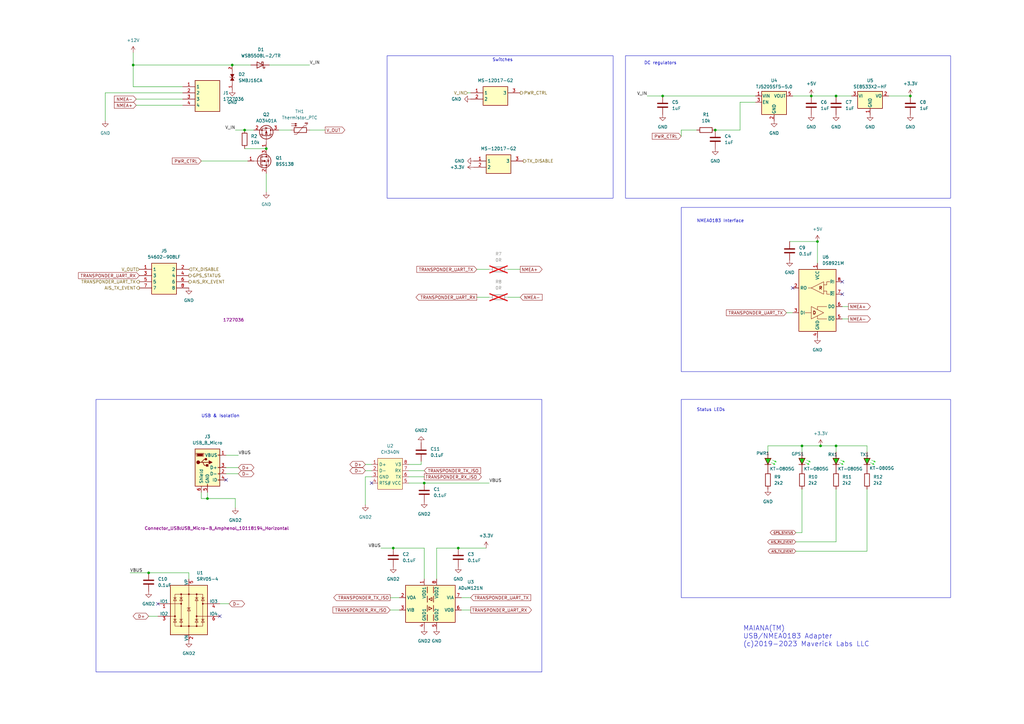
<source format=kicad_sch>
(kicad_sch (version 20250114) (generator "eeschema") (generator_version "9.0")
  (paper "A3")
  (lib_symbols
    (symbol "1727036:1727036"
      (property "Reference" "J" (at 16.51 7.62 0))
      (property "Value" "1727036" (at 16.51 5.08 0))
      (symbol "1727036_1_1"
        (rectangle (start 5.08 2.54) (end 15.24 -10.16) (stroke (width 0.254)) (fill (type background)))
        (pin passive line (at 0 0 0) (length 5.08) (name "1") (number "1"))
        (pin passive line (at 0 -2.54 0) (length 5.08) (name "2") (number "2"))
        (pin passive line (at 0 -5.08 0) (length 5.08) (name "3") (number "3"))
        (pin passive line (at 0 -7.62 0) (length 5.08) (name "4") (number "4"))
      )
    )
    (symbol "CH340N:CH340N"
      (property "Reference" "U" (at 0 7.62 0))
      (property "Value" "CH340N" (at 0 -8.89 0))
      (symbol "CH340N_1_1"
        (rectangle (start -5.08 6.35) (end 5.08 -6.35) (fill (type background)))
        (pin input line (at -7.62 3.81 0) (length 2.54) (name "D+") (number "1"))
        (pin input line (at -7.62 1.27 0) (length 2.54) (name "D-") (number "2"))
        (pin passive line (at -7.62 -1.27 0) (length 2.54) (name "GND") (number "3"))
        (pin passive line (at -7.62 -3.81 0) (length 2.54) (name "RTS#") (number "4"))
        (pin passive line (at 7.62 3.81 180) (length 2.54) (name "V3") (number "8"))
        (pin passive line (at 7.62 1.27 180) (length 2.54) (name "RX") (number "7"))
        (pin passive line (at 7.62 -1.27 180) (length 2.54) (name "TX") (number "6"))
        (pin passive line (at 7.62 -3.81 180) (length 2.54) (name "VCC") (number "5"))
      )
    )
    (symbol "Connector:USB_B_Micro" (pin_names (offset 1.016))
      (property "Reference" "J" (at -5.08 11.43 0))
      (property "Value" "USB_B_Micro" (at -5.08 8.89 0))
      (symbol "USB_B_Micro_0_1"
        (rectangle (start -5.08 -7.62) (end 5.08 7.62) (stroke (width 0.254)) (fill (type background)))
        (polyline (pts (xy -4.699 5.842) (xy -4.699 5.588) (xy -4.445 4.826) (xy -4.445 4.572) (xy -1.651 4.572) (xy -1.651 4.826) (xy -1.397 5.588) (xy -1.397 5.842) (xy -4.699 5.842)))
        (polyline (pts (xy -4.318 5.588) (xy -1.778 5.588) (xy -2.032 4.826) (xy -4.064 4.826) (xy -4.318 5.588)) (fill (type outline)))
        (circle (center -3.81 2.159) (radius 0.635) (stroke (width 0.254)) (fill (type outline)))
        (polyline (pts (xy -3.175 2.159) (xy -2.54 2.159) (xy -1.27 3.429) (xy -0.635 3.429)) (stroke (width 0.254)))
        (polyline (pts (xy -2.54 2.159) (xy -1.905 2.159) (xy -1.27 0.889) (xy 0 0.889)) (stroke (width 0.254)))
        (polyline (pts (xy -1.905 2.159) (xy 0.635 2.159)) (stroke (width 0.254)))
        (circle (center -0.635 3.429) (radius 0.381) (stroke (width 0.254)) (fill (type outline)))
        (rectangle (start -0.127 -7.62) (end 0.127 -6.858))
        (rectangle (start 0.254 1.27) (end -0.508 0.508) (stroke (width 0.254)) (fill (type outline)))
        (polyline (pts (xy 0.635 2.794) (xy 0.635 1.524) (xy 1.905 2.159) (xy 0.635 2.794)) (stroke (width 0.254)) (fill (type outline)))
        (rectangle (start 5.08 4.953) (end 4.318 5.207))
        (rectangle (start 5.08 -0.127) (end 4.318 0.127))
        (rectangle (start 5.08 -2.667) (end 4.318 -2.413))
        (rectangle (start 5.08 -5.207) (end 4.318 -4.953))
      )
      (symbol "USB_B_Micro_1_1"
        (pin passive line (at -2.54 -10.16 90) (length 2.54) (name "Shield") (number "6"))
        (pin power_out line (at 0 -10.16 90) (length 2.54) (name "GND") (number "5"))
        (pin power_out line (at 7.62 5.08 180) (length 2.54) (name "VBUS") (number "1"))
        (pin bidirectional line (at 7.62 0 180) (length 2.54) (name "D+") (number "3"))
        (pin bidirectional line (at 7.62 -2.54 180) (length 2.54) (name "D-") (number "2"))
        (pin passive line (at 7.62 -5.08 180) (length 2.54) (name "ID") (number "4"))
      )
    )
    (symbol "Device:C" (pin_numbers (hide yes)) (pin_names (offset 0.254))
      (property "Reference" "C" (at 0.635 2.54 0))
      (property "Value" "C" (at 0.635 -2.54 0))
      (symbol "C_0_1"
        (polyline (pts (xy -2.032 0.762) (xy 2.032 0.762)) (stroke (width 0.508)))
        (polyline (pts (xy -2.032 -0.762) (xy 2.032 -0.762)) (stroke (width 0.508)))
      )
      (symbol "C_1_1"
        (pin passive line (at 0 3.81 270) (length 2.794) (name "~") (number "1"))
        (pin passive line (at 0 -3.81 90) (length 2.794) (name "~") (number "2"))
      )
    )
    (symbol "Device:D_Schottky" (pin_numbers (hide yes)) (pin_names (offset 1.016) (hide yes))
      (property "Reference" "D" (at 0 2.54 0))
      (property "Value" "D_Schottky" (at 0 -2.54 0))
      (symbol "D_Schottky_0_1"
        (polyline (pts (xy -1.905 0.635) (xy -1.905 1.27) (xy -1.27 1.27) (xy -1.27 -1.27) (xy -0.635 -1.27) (xy -0.635 -0.635)) (stroke (width 0.254)))
        (polyline (pts (xy 1.27 1.27) (xy 1.27 -1.27) (xy -1.27 0) (xy 1.27 1.27)) (stroke (width 0.254)))
        (polyline (pts (xy 1.27 0) (xy -1.27 0)))
      )
      (symbol "D_Schottky_1_1"
        (pin passive line (at -3.81 0 0) (length 2.54) (name "K") (number "1"))
        (pin passive line (at 3.81 0 180) (length 2.54) (name "A") (number "2"))
      )
    )
    (symbol "Device:R" (pin_numbers (hide yes)) (pin_names (offset 0))
      (property "Reference" "R" (at 2.032 0 90))
      (property "Value" "R" (at 0 0 90))
      (symbol "R_0_1"
        (rectangle (start -1.016 -2.54) (end 1.016 2.54) (stroke (width 0.254)))
      )
      (symbol "R_1_1"
        (pin passive line (at 0 3.81 270) (length 1.27) (name "~") (number "1"))
        (pin passive line (at 0 -3.81 90) (length 1.27) (name "~") (number "2"))
      )
    )
    (symbol "Device:Thermistor_PTC" (pin_numbers (hide yes)) (pin_names (offset 0))
      (property "Reference" "TH" (at -4.064 0 90))
      (property "Value" "Thermistor_PTC" (at 3.048 0 90))
      (symbol "Thermistor_PTC_0_1"
        (arc (start -3.175 2.413) (mid -3.0506 2.3165) (end -3.048 2.159))
        (arc (start -3.048 2.794) (mid -2.9736 2.9736) (end -2.794 3.048))
        (arc (start -2.794 3.048) (mid -2.6144 2.9736) (end -2.54 2.794))
        (arc (start -2.794 2.54) (mid -2.9736 2.6144) (end -3.048 2.794))
        (arc (start -2.794 1.905) (mid -2.9736 1.9794) (end -3.048 2.159))
        (arc (start -2.54 2.159) (mid -2.6144 1.9794) (end -2.794 1.905))
        (arc (start -2.159 2.794) (mid -2.434 2.5608) (end -2.794 2.54))
        (polyline (pts (xy -2.54 2.159) (xy -2.54 2.794)))
        (polyline (pts (xy -2.54 -3.683) (xy -2.54 -1.397) (xy -2.794 -2.159) (xy -2.286 -2.159) (xy -2.54 -1.397) (xy -2.54 -1.651)) (fill (type outline)))
        (polyline (pts (xy -1.778 2.54) (xy -1.778 1.524) (xy 1.778 -1.524) (xy 1.778 -2.54)))
        (polyline (pts (xy -1.778 -3.683) (xy -1.778 -1.397) (xy -2.032 -2.159) (xy -1.524 -2.159) (xy -1.778 -1.397) (xy -1.778 -1.651)) (fill (type outline)))
        (rectangle (start -1.016 2.54) (end 1.016 -2.54) (stroke (width 0.254)))
      )
      (symbol "Thermistor_PTC_1_1"
        (pin passive line (at 0 3.81 270) (length 1.27) (name "~") (number "1"))
        (pin passive line (at 0 -3.81 90) (length 1.27) (name "~") (number "2"))
      )
    )
    (symbol "Interface_LineDriver:DS89C21"
      (property "Reference" "U" (at -7.62 13.97 0))
      (property "Value" "DS89C21" (at 1.27 13.97 0))
      (symbol "DS89C21_0_0"
        (text "D" (at -1.27 -5.08 0) (effects (font (size 1.27 1.27) (bold yes))))
        (text "R" (at 1.27 5.08 0) (effects (font (size 1.27 1.27) (bold yes))))
      )
      (symbol "DS89C21_0_1"
        (rectangle (start -7.62 12.7) (end 7.62 -12.7) (stroke (width 0.254)) (fill (type background)))
        (polyline (pts (xy -5.08 -5.08) (xy -2.54 -5.08)))
        (polyline (pts (xy -2.54 5.08) (xy -3.81 5.08)))
        (polyline (pts (xy -2.54 -2.54) (xy -2.54 -7.62) (xy 2.54 -5.08) (xy -2.54 -2.54)))
        (polyline (pts (xy 2.54 7.62) (xy 2.54 2.54) (xy -2.54 5.08) (xy 2.54 7.62)))
        (polyline (pts (xy 2.54 6.35) (xy 3.81 6.35) (xy 3.81 7.62) (xy 5.08 7.62)))
        (polyline (pts (xy 2.54 3.81) (xy 3.81 3.81) (xy 3.81 2.54) (xy 5.08 2.54)))
        (polyline (pts (xy 3.81 -2.54) (xy 0 -2.54) (xy 0 -3.81)))
        (polyline (pts (xy 3.81 -7.62) (xy 0 -7.62) (xy 0 -6.35)))
      )
      (symbol "DS89C21_1_1"
        (pin output line (at -10.16 5.08 0) (length 2.54) (name "RO") (number "2"))
        (pin input line (at -10.16 -5.08 0) (length 2.54) (name "DI") (number "3"))
        (pin power_in line (at 0 15.24 270) (length 2.54) (name "VCC") (number "1"))
        (pin power_in line (at 0 -15.24 90) (length 2.54) (name "GND") (number "4"))
        (pin input line (at 10.16 7.62 180) (length 2.54) (name "RI") (number "8"))
        (pin input line (at 10.16 2.54 180) (length 2.54) (name "~{RI}") (number "7"))
        (pin output line (at 10.16 -2.54 180) (length 2.54) (name "DO") (number "6"))
        (pin output line (at 10.16 -7.62 180) (length 2.54) (name "~{DO}") (number "5"))
      )
    )
    (symbol "Isolator:ADuM121N"
      (property "Reference" "U" (at -10.16 8.89 0))
      (property "Value" "ADuM121N" (at 3.81 8.89 0))
      (symbol "ADuM121N_0_1"
        (rectangle (start -10.16 7.62) (end 10.16 -7.62) (stroke (width 0.254)) (fill (type background)))
        (polyline (pts (xy -1.27 6.985) (xy -1.27 4.445)) (stroke (width 0.254)))
        (polyline (pts (xy -1.27 3.175) (xy -1.27 0.635)) (stroke (width 0.254)))
        (polyline (pts (xy -1.27 -0.635) (xy -1.27 -3.175)) (stroke (width 0.254)))
        (polyline (pts (xy -1.27 -4.445) (xy -1.27 -6.985)) (stroke (width 0.254)))
        (polyline (pts (xy -0.635 -1.27) (xy -0.635 -2.54) (xy 0.635 -1.905) (xy -0.635 -1.27)) (stroke (width 0.254)))
        (polyline (pts (xy 0.635 1.27) (xy -0.635 1.905) (xy 0.635 2.54) (xy 0.635 1.27)) (stroke (width 0.254)))
        (polyline (pts (xy 1.27 6.985) (xy 1.27 4.445)) (stroke (width 0.254)))
        (polyline (pts (xy 1.27 3.175) (xy 1.27 0.635)) (stroke (width 0.254)))
        (polyline (pts (xy 1.27 -0.635) (xy 1.27 -3.175)) (stroke (width 0.254)))
        (polyline (pts (xy 1.27 -4.445) (xy 1.27 -6.985)) (stroke (width 0.254)))
      )
      (symbol "ADuM121N_1_1"
        (pin output line (at -12.7 2.54 0) (length 2.54) (name "VOA") (number "2"))
        (pin input line (at -12.7 -2.54 0) (length 2.54) (name "VIB") (number "3"))
        (pin power_in line (at -2.54 10.16 270) (length 2.54) (name "VDD1") (number "1"))
        (pin power_in line (at -2.54 -10.16 90) (length 2.54) (name "GND1") (number "4"))
        (pin power_in line (at 2.54 10.16 270) (length 2.54) (name "VDD2") (number "8"))
        (pin power_in line (at 2.54 -10.16 90) (length 2.54) (name "GND2") (number "5"))
        (pin input line (at 12.7 2.54 180) (length 2.54) (name "VIA") (number "7"))
        (pin output line (at 12.7 -2.54 180) (length 2.54) (name "VOB") (number "6"))
      )
    )
    (symbol "PCM_LED_AKL:LED_0805_Green" (pin_numbers (hide yes)) (pin_names (offset 1.016) (hide yes))
      (property "Reference" "LED" (at 0 7.62 0))
      (property "Value" "LED_0805_Green" (at 0 5.08 0))
      (symbol "LED_0805_Green_0_1"
        (polyline (pts (xy -1.27 1.27) (xy -1.27 -1.27) (xy 1.27 0) (xy -1.27 1.27)) (stroke (width 0.254)) (fill (type color) (color 30 200 30 1)))
        (polyline (pts (xy -0.508 1.905) (xy 0.254 3.429)) (stroke (width 0.1524) (color 30 200 30 1)))
        (polyline (pts (xy 0.254 2.794) (xy -0.254 3.048) (xy 0.254 3.429) (xy 0.254 2.794)) (stroke (width 0) (color 30 200 30 1)) (fill (type outline)))
        (polyline (pts (xy 0.508 1.397) (xy 1.27 2.921)) (stroke (width 0.1524) (color 30 200 30 1)))
        (polyline (pts (xy 1.27 2.286) (xy 0.762 2.54) (xy 1.27 2.921) (xy 1.27 2.286)) (stroke (width 0.1524) (color 30 200 30 1)) (fill (type outline)))
        (polyline (pts (xy 1.27 1.27) (xy 1.27 -1.27)) (stroke (width 0.254)))
      )
      (symbol "LED_0805_Green_0_2"
        (polyline (pts (xy -2.54 -2.54) (xy -0.889 -0.889)))
        (polyline (pts (xy -1.651 0.889) (xy -2.159 2.413)) (stroke (width 0) (color 30 200 30 1)))
        (polyline (pts (xy -0.889 -0.889) (xy -1.778 0) (xy 0.889 0.889) (xy 0 -1.778) (xy -0.889 -0.889)) (stroke (width 0.254)) (fill (type color) (color 30 200 30 1)))
        (polyline (pts (xy -0.508 1.27) (xy -1.016 2.794)) (stroke (width 0) (color 30 200 30 1)))
        (polyline (pts (xy 0 1.778) (xy 1.778 0)) (stroke (width 0.254)))
        (polyline (pts (xy 0.889 0.889) (xy 2.54 2.54)))
      )
      (symbol "LED_0805_Green_1_1"
        (pin passive line (at -3.81 0 0) (length 2.54) (name "A") (number "2"))
        (pin passive line (at 3.81 0 180) (length 2.54) (name "K") (number "1"))
      )
      (symbol "LED_0805_Green_1_2"
        (polyline (pts (xy -2.159 2.413) (xy -2.286 1.778) (xy -1.6764 1.9812) (xy -2.159 2.413)) (stroke (width 0) (color 30 200 30 1)) (fill (type outline)))
        (polyline (pts (xy -1.016 2.794) (xy -1.143 2.159) (xy -0.5334 2.3622) (xy -1.016 2.794)) (stroke (width 0) (color 30 200 30 1)) (fill (type outline)))
        (pin passive line (at -2.54 -2.54 0) (length 0) (name "A") (number "2"))
        (pin passive line (at 2.54 2.54 180) (length 0) (name "K") (number "1"))
      )
    )
    (symbol "Power_Protection:SRV05-4" (pin_names (offset 0))
      (property "Reference" "U" (at -5.08 11.43 0))
      (property "Value" "SRV05-4" (at 2.54 11.43 0))
      (symbol "SRV05-4_0_0"
        (rectangle (start -5.715 6.477) (end 5.715 -6.604))
        (polyline (pts (xy -3.175 -6.604) (xy -3.175 6.477)))
        (polyline (pts (xy 3.175 6.477) (xy 3.175 -6.604)))
      )
      (symbol "SRV05-4_0_1"
        (polyline (pts (xy -7.747 2.54) (xy -3.175 2.54)))
        (rectangle (start -7.62 10.16) (end 7.62 -10.16) (stroke (width 0.254)) (fill (type background)))
        (polyline (pts (xy -7.62 -2.54) (xy -5.715 -2.54)))
        (circle (center -5.715 -2.54) (radius 0.2794) (fill (type outline)))
        (polyline (pts (xy -5.08 5.08) (xy -6.35 5.08)))
        (polyline (pts (xy -5.08 3.81) (xy -6.35 3.81) (xy -5.715 5.08) (xy -5.08 3.81)))
        (polyline (pts (xy -5.08 -3.81) (xy -6.35 -3.81)))
        (polyline (pts (xy -5.08 -5.08) (xy -6.35 -5.08) (xy -5.715 -3.81) (xy -5.08 -5.08)))
        (circle (center -3.175 6.477) (radius 0.2794) (fill (type outline)))
        (circle (center -3.175 2.54) (radius 0.2794) (fill (type outline)))
        (circle (center -3.175 -6.604) (radius 0.2794) (fill (type outline)))
        (polyline (pts (xy -2.54 5.08) (xy -3.81 5.08)))
        (polyline (pts (xy -2.54 3.81) (xy -3.81 3.81) (xy -3.175 5.08) (xy -2.54 3.81)))
        (polyline (pts (xy -2.54 -3.81) (xy -3.81 -3.81)))
        (polyline (pts (xy -2.54 -5.08) (xy -3.81 -5.08) (xy -3.175 -3.81) (xy -2.54 -5.08)))
        (polyline (pts (xy 0 10.16) (xy 0 -10.16)))
        (circle (center 0 6.477) (radius 0.2794) (fill (type outline)))
        (circle (center 0 -6.604) (radius 0.2794) (fill (type outline)))
        (polyline (pts (xy 0.635 0.889) (xy -0.635 0.889) (xy -0.635 0.635)))
        (polyline (pts (xy 0.635 -0.381) (xy -0.635 -0.381) (xy 0 0.889) (xy 0.635 -0.381)))
        (circle (center 3.175 6.477) (radius 0.2794) (fill (type outline)))
        (circle (center 3.175 -2.54) (radius 0.2794) (fill (type outline)))
        (circle (center 3.175 -6.604) (radius 0.2794) (fill (type outline)))
        (polyline (pts (xy 3.81 5.08) (xy 2.54 5.08)))
        (polyline (pts (xy 3.81 3.81) (xy 2.54 3.81) (xy 3.175 5.08) (xy 3.81 3.81)))
        (polyline (pts (xy 3.81 -3.81) (xy 2.54 -3.81)))
        (polyline (pts (xy 3.81 -5.08) (xy 2.54 -5.08) (xy 3.175 -3.81) (xy 3.81 -5.08)))
        (circle (center 5.715 2.54) (radius 0.2794) (fill (type outline)))
        (polyline (pts (xy 6.35 5.08) (xy 5.08 5.08)))
        (polyline (pts (xy 6.35 3.81) (xy 5.08 3.81) (xy 5.715 5.08) (xy 6.35 3.81)))
        (polyline (pts (xy 6.35 -3.81) (xy 5.08 -3.81)))
        (polyline (pts (xy 6.35 -5.08) (xy 5.08 -5.08) (xy 5.715 -3.81) (xy 6.35 -5.08)))
        (polyline (pts (xy 7.62 2.54) (xy 5.715 2.54)))
        (polyline (pts (xy 7.62 -2.54) (xy 3.175 -2.54)))
      )
      (symbol "SRV05-4_1_1"
        (pin passive line (at -12.7 2.54 0) (length 5.08) (name "IO1") (number "1"))
        (pin passive line (at -12.7 -2.54 0) (length 5.08) (name "IO2") (number "3"))
        (pin passive line (at 0 12.7 270) (length 2.54) (name "VP") (number "5"))
        (pin passive line (at 0 -12.7 90) (length 2.54) (name "VN") (number "2"))
        (pin passive line (at 12.7 2.54 180) (length 5.08) (name "IO3") (number "4"))
        (pin passive line (at 12.7 -2.54 180) (length 5.08) (name "IO4") (number "6"))
      )
    )
    (symbol "Regulator_Linear:MCP1799x-330xxTT" (pin_names (offset 0.254))
      (property "Reference" "U" (at -3.81 3.175 0))
      (property "Value" "MCP1799x-330xxTT" (at 0 3.175 0))
      (symbol "MCP1799x-330xxTT_0_1"
        (rectangle (start -5.08 1.905) (end 5.08 -5.08) (stroke (width 0.254)) (fill (type background)))
      )
      (symbol "MCP1799x-330xxTT_1_1"
        (pin power_in line (at -7.62 0 0) (length 2.54) (name "VI") (number "3"))
        (pin power_in line (at 0 -7.62 90) (length 2.54) (name "GND") (number "1"))
        (pin power_out line (at 7.62 0 180) (length 2.54) (name "VO") (number "2"))
      )
    )
    (symbol "Regulator_Linear:MIC5317-3.3xM5" (pin_names (offset 0.254))
      (property "Reference" "U" (at -6.35 6.35 0))
      (property "Value" "MIC5317-3.3xM5" (at 0 6.35 0))
      (symbol "MIC5317-3.3xM5_0_1"
        (rectangle (start -5.08 4.445) (end 5.08 -5.08) (stroke (width 0.254)) (fill (type background)))
      )
      (symbol "MIC5317-3.3xM5_1_1"
        (pin power_in line (at -7.62 2.54 0) (length 2.54) (name "VIN") (number "1"))
        (pin input line (at -7.62 0 0) (length 2.54) (name "EN") (number "3"))
        (pin power_in line (at 0 -7.62 90) (length 2.54) (name "GND") (number "2"))
        (pin no_connect line (at 5.08 0 180) (length 2.54) (hide yes) (name "NC") (number "4"))
        (pin power_out line (at 7.62 2.54 180) (length 2.54) (name "VOUT") (number "5"))
      )
    )
    (symbol "SMBJ16CA:SMBJ16CA" (pin_names (offset 1.016))
      (property "Reference" "D" (at -5.08 2.54 0))
      (property "Value" "SMBJ16CA" (at -5.08 -5.08 0))
      (symbol "SMBJ16CA_0_0"
        (polyline (pts (xy -1.27 0) (xy -2.54 0)) (stroke (width 0.1524)))
        (polyline (pts (xy 0 0.762) (xy 0.254 1.016)) (stroke (width 0.1524)))
        (polyline (pts (xy 0 0) (xy -1.27 -0.762) (xy -1.27 0.762) (xy 0 0)) (stroke (width 0.1524)) (fill (type outline)))
        (polyline (pts (xy 0 0) (xy 1.27 0.762) (xy 1.27 -0.762) (xy 0 0)) (stroke (width 0.1524)) (fill (type outline)))
        (polyline (pts (xy 0 -0.762) (xy -0.254 -1.016)) (stroke (width 0.1524)))
        (polyline (pts (xy 0 -0.762) (xy 0 0.762)) (stroke (width 0.1524)))
        (polyline (pts (xy 1.27 0) (xy 2.54 0)) (stroke (width 0.1524)))
        (pin passive line (at -5.08 0 0) (length 2.54) (name "~") (number "1"))
        (pin passive line (at 5.08 0 180) (length 2.54) (name "~") (number "2"))
      )
    )
    (symbol "SamacSys_Parts:54602-908LF"
      (property "Reference" "J" (at 16.51 7.62 0))
      (property "Value" "54602-908LF" (at 16.51 5.08 0))
      (symbol "54602-908LF_1_1"
        (rectangle (start 5.08 2.54) (end 15.24 -10.16) (stroke (width 0.254)) (fill (type background)))
        (pin passive line (at 0 0 0) (length 5.08) (name "1") (number "1"))
        (pin passive line (at 0 -2.54 0) (length 5.08) (name "3") (number "3"))
        (pin passive line (at 0 -5.08 0) (length 5.08) (name "5") (number "5"))
        (pin passive line (at 0 -7.62 0) (length 5.08) (name "7") (number "7"))
        (pin passive line (at 20.32 0 180) (length 5.08) (name "2") (number "2"))
        (pin passive line (at 20.32 -2.54 180) (length 5.08) (name "4") (number "4"))
        (pin passive line (at 20.32 -5.08 180) (length 5.08) (name "6") (number "6"))
        (pin passive line (at 20.32 -7.62 180) (length 5.08) (name "8") (number "8"))
      )
    )
    (symbol "SamacSys_Parts:MS-12D17-G2"
      (property "Reference" "S" (at 16.51 7.62 0))
      (property "Value" "MS-12D17-G2" (at 16.51 5.08 0))
      (symbol "MS-12D17-G2_1_1"
        (rectangle (start 5.08 2.54) (end 15.24 -5.08) (stroke (width 0.254)) (fill (type background)))
        (pin passive line (at 0 0 0) (length 5.08) (name "3") (number "3"))
        (pin passive line (at 20.32 0 180) (length 5.08) (name "1") (number "1"))
        (pin passive line (at 20.32 -2.54 180) (length 5.08) (name "2") (number "2"))
      )
    )
    (symbol "Transistor_FET:AO3401A" (pin_names (hide yes))
      (property "Reference" "Q" (at 5.08 1.905 0))
      (property "Value" "AO3401A" (at 5.08 0 0))
      (symbol "AO3401A_0_1"
        (polyline (pts (xy 0.254 1.905) (xy 0.254 -1.905)) (stroke (width 0.254)))
        (polyline (pts (xy 0.254 0) (xy -2.54 0)))
        (polyline (pts (xy 0.762 2.286) (xy 0.762 1.27)) (stroke (width 0.254)))
        (polyline (pts (xy 0.762 1.778) (xy 3.302 1.778) (xy 3.302 -1.778) (xy 0.762 -1.778)))
        (polyline (pts (xy 0.762 0.508) (xy 0.762 -0.508)) (stroke (width 0.254)))
        (polyline (pts (xy 0.762 -1.27) (xy 0.762 -2.286)) (stroke (width 0.254)))
        (circle (center 1.651 0) (radius 2.794) (stroke (width 0.254)))
        (polyline (pts (xy 2.286 0) (xy 1.27 0.381) (xy 1.27 -0.381) (xy 2.286 0)) (fill (type outline)))
        (polyline (pts (xy 2.54 2.54) (xy 2.54 1.778)))
        (circle (center 2.54 1.778) (radius 0.254) (fill (type outline)))
        (circle (center 2.54 -1.778) (radius 0.254) (fill (type outline)))
        (polyline (pts (xy 2.54 -2.54) (xy 2.54 0) (xy 0.762 0)))
        (polyline (pts (xy 2.794 -0.508) (xy 2.921 -0.381) (xy 3.683 -0.381) (xy 3.81 -0.254)))
        (polyline (pts (xy 3.302 -0.381) (xy 2.921 0.254) (xy 3.683 0.254) (xy 3.302 -0.381)))
      )
      (symbol "AO3401A_1_1"
        (pin input line (at -5.08 0 0) (length 2.54) (name "G") (number "1"))
        (pin passive line (at 2.54 5.08 270) (length 2.54) (name "D") (number "3"))
        (pin passive line (at 2.54 -5.08 90) (length 2.54) (name "S") (number "2"))
      )
    )
    (symbol "Transistor_FET:BSS138" (pin_names (hide yes))
      (property "Reference" "Q" (at 5.08 1.905 0))
      (property "Value" "BSS138" (at 5.08 0 0))
      (symbol "BSS138_0_1"
        (polyline (pts (xy 0.254 1.905) (xy 0.254 -1.905)) (stroke (width 0.254)))
        (polyline (pts (xy 0.254 0) (xy -2.54 0)))
        (polyline (pts (xy 0.762 2.286) (xy 0.762 1.27)) (stroke (width 0.254)))
        (polyline (pts (xy 0.762 0.508) (xy 0.762 -0.508)) (stroke (width 0.254)))
        (polyline (pts (xy 0.762 -1.27) (xy 0.762 -2.286)) (stroke (width 0.254)))
        (polyline (pts (xy 0.762 -1.778) (xy 3.302 -1.778) (xy 3.302 1.778) (xy 0.762 1.778)))
        (polyline (pts (xy 1.016 0) (xy 2.032 0.381) (xy 2.032 -0.381) (xy 1.016 0)) (fill (type outline)))
        (circle (center 1.651 0) (radius 2.794) (stroke (width 0.254)))
        (polyline (pts (xy 2.54 2.54) (xy 2.54 1.778)))
        (circle (center 2.54 1.778) (radius 0.254) (fill (type outline)))
        (circle (center 2.54 -1.778) (radius 0.254) (fill (type outline)))
        (polyline (pts (xy 2.54 -2.54) (xy 2.54 0) (xy 0.762 0)))
        (polyline (pts (xy 2.794 0.508) (xy 2.921 0.381) (xy 3.683 0.381) (xy 3.81 0.254)))
        (polyline (pts (xy 3.302 0.381) (xy 2.921 -0.254) (xy 3.683 -0.254) (xy 3.302 0.381)))
      )
      (symbol "BSS138_1_1"
        (pin input line (at -5.08 0 0) (length 2.54) (name "G") (number "1"))
        (pin passive line (at 2.54 5.08 270) (length 2.54) (name "D") (number "3"))
        (pin passive line (at 2.54 -5.08 90) (length 2.54) (name "S") (number "2"))
      )
    )
    (symbol "power:+12V" (power) (pin_names (offset 0))
      (property "Value" "+12V" (at 0 3.556 0))
      (symbol "+12V_0_1"
        (polyline (pts (xy -0.762 1.27) (xy 0 2.54)))
        (polyline (pts (xy 0 2.54) (xy 0.762 1.27)))
        (polyline (pts (xy 0 0) (xy 0 2.54)))
      )
      (symbol "+12V_1_1"
        (pin power_in line (at 0 0 90) (length 0) (hide yes) (name "+12V") (number "1"))
      )
    )
    (symbol "power:+3.3V" (power) (pin_names (offset 0))
      (property "Value" "+3.3V" (at 0 3.556 0))
      (symbol "+3.3V_0_1"
        (polyline (pts (xy -0.762 1.27) (xy 0 2.54)))
        (polyline (pts (xy 0 2.54) (xy 0.762 1.27)))
        (polyline (pts (xy 0 0) (xy 0 2.54)))
      )
      (symbol "+3.3V_1_1"
        (pin power_in line (at 0 0 90) (length 0) (hide yes) (name "+3.3V") (number "1"))
      )
    )
    (symbol "power:+5V" (power) (pin_names (offset 0))
      (property "Value" "+5V" (at 0 3.556 0))
      (symbol "+5V_0_1"
        (polyline (pts (xy -0.762 1.27) (xy 0 2.54)))
        (polyline (pts (xy 0 2.54) (xy 0.762 1.27)))
        (polyline (pts (xy 0 0) (xy 0 2.54)))
      )
      (symbol "+5V_1_1"
        (pin power_in line (at 0 0 90) (length 0) (hide yes) (name "+5V") (number "1"))
      )
    )
    (symbol "power:GND" (power) (pin_names (offset 0))
      (property "Value" "GND" (at 0 -3.81 0))
      (symbol "GND_0_1"
        (polyline (pts (xy 0 0) (xy 0 -1.27) (xy 1.27 -1.27) (xy 0 -2.54) (xy -1.27 -1.27) (xy 0 -1.27)))
      )
      (symbol "GND_1_1"
        (pin power_in line (at 0 0 270) (length 0) (hide yes) (name "GND") (number "1"))
      )
    )
    (symbol "power:GND2" (power) (pin_names (offset 0))
      (property "Value" "GND2" (at 0 -3.81 0))
      (symbol "GND2_0_1"
        (polyline (pts (xy 0 0) (xy 0 -1.27) (xy 1.27 -1.27) (xy 0 -2.54) (xy -1.27 -1.27) (xy 0 -1.27)))
      )
      (symbol "GND2_1_1"
        (pin power_in line (at 0 0 270) (length 0) (hide yes) (name "GND2") (number "1"))
      )
    )
  )
  (rectangle (start 39.37 163.83) (end 222.25 275.59))
  (rectangle (start 158.75 22.86) (end 251.46 81.28))
  (rectangle (start 279.4 163.83) (end 389.89 245.11))
  (rectangle (start 279.4 85.09) (end 389.89 152.4))
  (rectangle (start 256.54 22.86) (end 389.89 81.28))
  (text "USB & Isolation" (at 82.55 171.45 0) (effects (font (size 1.27 1.27)) (justify left bottom)))
  (text "Status LEDs" (at 285.75 168.91 0) (effects (font (size 1.27 1.27)) (justify left bottom)))
  (text "MAIANA(TM)\nUSB/NMEA0183 Adapter\n(c)2019-2023 Maverick Labs LLC" (at 304.8 265.43 0) (effects (font (size 2 2)) (justify left bottom)))
  (text "NMEA0183 Interface" (at 285.75 91.44 0) (effects (font (size 1.27 1.27)) (justify left bottom)))
  (text "DC regulators" (at 264.16 26.67 0) (effects (font (size 1.27 1.27)) (justify left bottom)))
  (text "Switches" (at 201.93 25.4 0) (effects (font (size 1.27 1.27)) (justify left bottom)))
  (junction (at 109.22 60.96))
  (junction (at 100.33 53.34))
  (junction (at 293.37 53.34))
  (junction (at 335.28 99.06))
  (junction (at 187.96 224.79))
  (junction (at 373.38 39.37))
  (junction (at 342.9 182.88))
  (junction (at 85.09 204.47))
  (junction (at 271.78 39.37))
  (junction (at 328.93 182.88))
  (junction (at 173.99 198.12))
  (junction (at 95.25 26.67))
  (junction (at 332.74 39.37))
  (junction (at 161.29 224.79))
  (junction (at 60.96 234.95))
  (junction (at 54.61 26.67))
  (junction (at 342.9 39.37))
  (junction (at 336.55 182.88))
  (no_connect (at 345.44 115.57))
  (no_connect (at 325.12 118.11))
  (no_connect (at 90.17 252.73))
  (no_connect (at 64.77 247.65))
  (no_connect (at 92.71 196.85))
  (no_connect (at 345.44 120.65))
  (no_connect (at 152.4 198.12))
  (wire (pts (xy 77.47 237.49) (xy 77.47 234.95)))
  (wire (pts (xy 303.53 41.91) (xy 303.53 53.34)))
  (wire (pts (xy 332.74 39.37) (xy 342.9 39.37)))
  (wire (pts (xy 167.64 198.12) (xy 173.99 198.12)))
  (wire (pts (xy 149.86 190.5) (xy 152.4 190.5)))
  (wire (pts (xy 335.28 99.06) (xy 335.28 107.95)))
  (wire (pts (xy 342.9 182.88) (xy 336.55 182.88)))
  (wire (pts (xy 167.64 195.58) (xy 173.99 195.58)))
  (wire (pts (xy 43.18 38.1) (xy 43.18 49.53)))
  (wire (pts (xy 314.96 182.88) (xy 328.93 182.88)))
  (wire (pts (xy 110.49 26.67) (xy 127 26.67)))
  (wire (pts (xy 100.33 60.96) (xy 109.22 60.96)))
  (wire (pts (xy 54.61 35.56) (xy 54.61 26.67)))
  (wire (pts (xy 179.07 224.79) (xy 179.07 237.49)))
  (wire (pts (xy 189.23 245.11) (xy 193.04 245.11)))
  (wire (pts (xy 322.58 128.27) (xy 325.12 128.27)))
  (wire (pts (xy 85.09 201.93) (xy 85.09 204.47)))
  (wire (pts (xy 82.55 201.93) (xy 82.55 204.47)))
  (wire (pts (xy 195.58 110.49) (xy 200.66 110.49)))
  (wire (pts (xy 96.52 204.47) (xy 96.52 208.28)))
  (wire (pts (xy 92.71 186.69) (xy 97.79 186.69)))
  (wire (pts (xy 342.9 185.42) (xy 342.9 182.88)))
  (wire (pts (xy 90.17 247.65) (xy 93.98 247.65)))
  (wire (pts (xy 54.61 26.67) (xy 54.61 21.59)))
  (wire (pts (xy 335.28 99.06) (xy 323.85 99.06)))
  (wire (pts (xy 54.61 26.67) (xy 95.25 26.67)))
  (wire (pts (xy 355.6 182.88) (xy 342.9 182.88)))
  (wire (pts (xy 328.93 182.88) (xy 328.93 185.42)))
  (wire (pts (xy 92.71 194.31) (xy 97.79 194.31)))
  (wire (pts (xy 199.39 224.79) (xy 187.96 224.79)))
  (wire (pts (xy 325.12 39.37) (xy 332.74 39.37)))
  (wire (pts (xy 109.22 71.12) (xy 109.22 78.74)))
  (wire (pts (xy 160.02 250.19) (xy 163.83 250.19)))
  (wire (pts (xy 95.25 26.67) (xy 102.87 26.67)))
  (wire (pts (xy 55.88 43.18) (xy 74.93 43.18)))
  (wire (pts (xy 342.9 39.37) (xy 349.25 39.37)))
  (wire (pts (xy 279.4 55.88) (xy 279.4 53.34)))
  (wire (pts (xy 60.96 234.95) (xy 53.34 234.95)))
  (wire (pts (xy 167.64 190.5) (xy 172.72 190.5)))
  (wire (pts (xy 96.52 53.34) (xy 100.33 53.34)))
  (wire (pts (xy 149.86 193.04) (xy 152.4 193.04)))
  (wire (pts (xy 173.99 198.12) (xy 200.66 198.12)))
  (wire (pts (xy 160.02 245.11) (xy 163.83 245.11)))
  (wire (pts (xy 303.53 53.34) (xy 293.37 53.34)))
  (wire (pts (xy 82.55 66.04) (xy 101.6 66.04)))
  (wire (pts (xy 54.61 35.56) (xy 74.93 35.56)))
  (wire (pts (xy 55.88 40.64) (xy 74.93 40.64)))
  (wire (pts (xy 152.4 195.58) (xy 149.86 195.58)))
  (wire (pts (xy 342.9 222.25) (xy 342.9 200.66)))
  (wire (pts (xy 92.71 191.77) (xy 97.79 191.77)))
  (wire (pts (xy 189.23 250.19) (xy 193.04 250.19)))
  (wire (pts (xy 161.29 224.79) (xy 173.99 224.79)))
  (wire (pts (xy 114.3 53.34) (xy 119.38 53.34)))
  (wire (pts (xy 279.4 53.34) (xy 285.75 53.34)))
  (wire (pts (xy 271.78 39.37) (xy 309.88 39.37)))
  (wire (pts (xy 314.96 185.42) (xy 314.96 182.88)))
  (wire (pts (xy 326.39 222.25) (xy 342.9 222.25)))
  (wire (pts (xy 85.09 204.47) (xy 96.52 204.47)))
  (wire (pts (xy 345.44 130.81) (xy 347.98 130.81)))
  (wire (pts (xy 345.44 125.73) (xy 347.98 125.73)))
  (wire (pts (xy 191.77 38.1) (xy 193.04 38.1)))
  (wire (pts (xy 326.39 226.06) (xy 355.6 226.06)))
  (wire (pts (xy 156.21 224.79) (xy 161.29 224.79)))
  (wire (pts (xy 309.88 41.91) (xy 303.53 41.91)))
  (wire (pts (xy 82.55 204.47) (xy 85.09 204.47)))
  (wire (pts (xy 328.93 218.44) (xy 328.93 200.66)))
  (wire (pts (xy 326.39 218.44) (xy 328.93 218.44)))
  (wire (pts (xy 77.47 234.95) (xy 60.96 234.95)))
  (wire (pts (xy 173.99 224.79) (xy 173.99 237.49)))
  (wire (pts (xy 364.49 39.37) (xy 373.38 39.37)))
  (wire (pts (xy 208.28 110.49) (xy 213.36 110.49)))
  (wire (pts (xy 172.72 190.5) (xy 172.72 189.23)))
  (wire (pts (xy 355.6 185.42) (xy 355.6 182.88)))
  (wire (pts (xy 328.93 182.88) (xy 336.55 182.88)))
  (wire (pts (xy 187.96 224.79) (xy 179.07 224.79)))
  (wire (pts (xy 43.18 38.1) (xy 74.93 38.1)))
  (wire (pts (xy 355.6 226.06) (xy 355.6 200.66)))
  (wire (pts (xy 100.33 53.34) (xy 104.14 53.34)))
  (wire (pts (xy 149.86 195.58) (xy 149.86 207.01)))
  (wire (pts (xy 195.58 121.92) (xy 200.66 121.92)))
  (wire (pts (xy 167.64 193.04) (xy 173.99 193.04)))
  (wire (pts (xy 60.96 252.73) (xy 64.77 252.73)))
  (wire (pts (xy 265.43 39.37) (xy 271.78 39.37)))
  (wire (pts (xy 127 53.34) (xy 133.35 53.34)))
  (wire (pts (xy 208.28 121.92) (xy 213.36 121.92)))
  (label "V_IN" (at 127 26.67 0))
  (label "VBUS" (at 200.66 198.12 0))
  (label "VBUS" (at 53.34 234.95 0))
  (label "V_IN" (at 265.43 39.37 180))
  (label "V_IN" (at 96.52 53.34 180))
  (label "VBUS" (at 97.79 186.69 0))
  (label "VBUS" (at 156.21 224.79 180))
  (global_label "TRANSPONDER_UART_RX" (shape output) (at 195.58 121.92 180) (property "Intersheetrefs" "${INTERSHEET_REFS}" (effects (hide yes))))
  (global_label "V_OUT" (shape output) (at 133.35 53.34 0) (property "Intersheetrefs" "${INTERSHEET_REFS}" (effects (hide yes))))
  (global_label "AIS_RX_EVENT" (shape bidirectional) (at 326.39 222.25 180) (effects (font (size 0.889 0.889))) (property "Intersheetrefs" "${INTERSHEET_REFS}" (effects (hide yes))))
  (global_label "TRANSPONDER_UART_TX" (shape input) (at 195.58 110.49 180) (property "Intersheetrefs" "${INTERSHEET_REFS}" (effects (hide yes))))
  (global_label "PWR_CTRL" (shape input) (at 82.55 66.04 180) (property "Intersheetrefs" "${INTERSHEET_REFS}" (effects (hide yes))))
  (global_label "NMEA+" (shape output) (at 347.98 125.73 0) (property "Intersheetrefs" "${INTERSHEET_REFS}" (effects (hide yes))))
  (global_label "TRANSPONDER_UART_RX" (shape output) (at 193.04 250.19 0) (property "Intersheetrefs" "${INTERSHEET_REFS}" (effects (hide yes))))
  (global_label "D+" (shape bidirectional) (at 97.79 191.77 0) (property "Intersheetrefs" "${INTERSHEET_REFS}" (effects (hide yes))))
  (global_label "NMEA-" (shape output) (at 347.98 130.81 0) (property "Intersheetrefs" "${INTERSHEET_REFS}" (effects (hide yes))))
  (global_label "TRANSPONDER_TX_ISO" (shape input) (at 173.99 193.04 0) (property "Intersheetrefs" "${INTERSHEET_REFS}" (effects (hide yes))))
  (global_label "TRANSPONDER_RX_ISO" (shape output) (at 173.99 195.58 0) (property "Intersheetrefs" "${INTERSHEET_REFS}" (effects (hide yes))))
  (global_label "TRANSPONDER_TX_ISO" (shape output) (at 160.02 245.11 180) (property "Intersheetrefs" "${INTERSHEET_REFS}" (effects (hide yes))))
  (global_label "TRANSPONDER_UART_RX" (shape input) (at 57.15 113.03 180) (property "Intersheetrefs" "${INTERSHEET_REFS}" (effects (hide yes))))
  (global_label "D-" (shape bidirectional) (at 97.79 194.31 0) (property "Intersheetrefs" "${INTERSHEET_REFS}" (effects (hide yes))))
  (global_label "TRANSPONDER_UART_TX" (shape input) (at 193.04 245.11 0) (property "Intersheetrefs" "${INTERSHEET_REFS}" (effects (hide yes))))
  (global_label "NMEA+" (shape input) (at 55.88 43.18 180) (property "Intersheetrefs" "${INTERSHEET_REFS}" (effects (hide yes))))
  (global_label "NMEA+" (shape output) (at 213.36 110.49 0) (property "Intersheetrefs" "${INTERSHEET_REFS}" (effects (hide yes))))
  (global_label "TRANSPONDER_UART_TX" (shape input) (at 322.58 128.27 180) (property "Intersheetrefs" "${INTERSHEET_REFS}" (effects (hide yes))))
  (global_label "PWR_CTRL" (shape input) (at 279.4 55.88 180) (property "Intersheetrefs" "${INTERSHEET_REFS}" (effects (hide yes))))
  (global_label "NMEA-" (shape input) (at 213.36 121.92 0) (property "Intersheetrefs" "${INTERSHEET_REFS}" (effects (hide yes))))
  (global_label "GPS_STATUS" (shape bidirectional) (at 326.39 218.44 180) (effects (font (size 0.889 0.889))) (property "Intersheetrefs" "${INTERSHEET_REFS}" (effects (hide yes))))
  (global_label "AIS_TX_EVENT" (shape bidirectional) (at 326.39 226.06 180) (effects (font (size 0.889 0.889))) (property "Intersheetrefs" "${INTERSHEET_REFS}" (effects (hide yes))))
  (global_label "D-" (shape bidirectional) (at 93.98 247.65 0) (property "Intersheetrefs" "${INTERSHEET_REFS}" (effects (hide yes))))
  (global_label "NMEA-" (shape input) (at 55.88 40.64 180) (property "Intersheetrefs" "${INTERSHEET_REFS}" (effects (hide yes))))
  (global_label "D-" (shape bidirectional) (at 149.86 193.04 180) (property "Intersheetrefs" "${INTERSHEET_REFS}" (effects (hide yes))))
  (global_label "D+" (shape bidirectional) (at 149.86 190.5 180) (property "Intersheetrefs" "${INTERSHEET_REFS}" (effects (hide yes))))
  (global_label "D+" (shape bidirectional) (at 60.96 252.73 180) (property "Intersheetrefs" "${INTERSHEET_REFS}" (effects (hide yes))))
  (global_label "TRANSPONDER_RX_ISO" (shape input) (at 160.02 250.19 180) (property "Intersheetrefs" "${INTERSHEET_REFS}" (effects (hide yes))))
  (hierarchical_label "V_IN" (shape input) (at 191.77 38.1 180))
  (hierarchical_label "TX_DISABLE" (shape output) (at 214.63 66.04 0))
  (hierarchical_label "TX_DISABLE" (shape input) (at 77.47 110.49 0))
  (hierarchical_label "TRANSPONDER_UART_TX" (shape output) (at 57.15 115.57 180))
  (hierarchical_label "GPS_STATUS" (shape output) (at 77.47 113.03 0))
  (hierarchical_label "PWR_CTRL" (shape output) (at 213.36 38.1 0))
  (hierarchical_label "V_OUT" (shape input) (at 57.15 110.49 180))
  (hierarchical_label "AIS_RX_EVENT" (shape output) (at 77.47 115.57 0))
  (hierarchical_label "AIS_TX_EVENT" (shape output) (at 57.15 118.11 180))
  (symbol (lib_id "Device:C") (at 161.29 228.6 0) (unit 1)
    (property "Reference" "C2" (at 165.1 227.33 0) (effects (justify left)))
    (property "Value" "0.1uF" (at 165.1 229.87 0) (effects (justify left)))
    (property "Footprint" "Capacitor_SMD:C_0603_1608Metric" (effects (hide yes)))
  )
  (symbol (lib_id "power:GND") (at 95.25 36.83 0) (unit 1)
    (property "Reference" "#PWR013" (effects (hide yes)))
    (property "Value" "GND" (at 95.25 41.91 0))
  )
  (symbol (lib_id "Device:R") (at 204.47 121.92 270) (unit 1) (dnp yes)
    (property "Reference" "R8" (at 204.47 115.57 90))
    (property "Value" "0R" (at 204.47 118.11 90))
    (property "Footprint" "Resistor_SMD:R_0603_1608Metric" (effects (hide yes)))
  )
  (symbol (lib_id "power:GND") (at 187.96 232.41 0) (unit 1)
    (property "Reference" "#PWR09" (effects (hide yes)))
    (property "Value" "GND" (at 187.96 237.49 0))
  )
  (symbol (lib_id "power:GND") (at 323.85 106.68 0) (unit 1)
    (property "Reference" "#PWR025" (effects (hide yes)))
    (property "Value" "GND" (at 323.85 111.76 0))
  )
  (symbol (lib_id "Device:R") (at 355.6 196.85 0) (unit 1)
    (property "Reference" "R12" (at 358.14 195.58 0) (effects (justify left)))
    (property "Value" "2k2" (at 358.14 198.12 0) (effects (justify left)))
    (property "Footprint" "Resistor_SMD:R_0603_1608Metric" (effects (hide yes)))
  )
  (symbol (lib_id "power:GND") (at 193.04 40.64 270) (mirror x) (unit 1)
    (property "Reference" "#PWR057" (effects (hide yes)))
    (property "Value" "GND" (at 189.23 40.6399 90) (effects (justify right)))
  )
  (symbol (lib_id "power:+3.3V") (at 336.55 182.88 0) (unit 1)
    (property "Reference" "#PWR028" (effects (hide yes)))
    (property "Value" "+3.3V" (at 336.55 177.8 0))
  )
  (symbol (lib_id "power:GND") (at 373.38 46.99 0) (unit 1)
    (property "Reference" "#PWR023" (effects (hide yes)))
    (property "Value" "GND" (at 373.38 52.07 0))
  )
  (symbol (lib_id "SamacSys_Parts:54602-908LF") (at 57.15 110.49 0) (unit 1)
    (property "Reference" "J5" (at 67.31 102.87 0))
    (property "Value" "54602-908LF" (at 67.31 105.41 0))
    (property "Footprint" "Connector_RJ:RJ45_Amphenol_54602-x08_Horizontal" (effects (hide yes)))
    (property "Datasheet" "https://cdn.amphenol-cs.com/media/wysiwyg/files/drawing/c-bmj-0102.pdf" (effects (hide yes)))
    (property "Description" "Modular Jack, Input Output Connectors, Cat 3 Single Modular Jack, Horizontal, Board Through Mount, 8P8C, 1 Port" (effects (hide yes)))
    (property "Height" "12.85" (effects (hide yes)))
    (property "Manufacturer_Name" "Amphenol Communications Solutions" (effects (hide yes)))
    (property "Manufacturer_Part_Number" "54602-908LF" (effects (hide yes)))
  )
  (symbol (lib_id "Power_Protection:SRV05-4") (at 77.47 250.19 0) (unit 1)
    (property "Reference" "U1" (at 80.6197 234.95 0) (effects (justify left)))
    (property "Value" "SRV05-4" (at 80.6197 237.49 0) (effects (justify left)))
    (property "Footprint" "Package_TO_SOT_SMD:SOT-23-6" (effects (hide yes)))
    (property "Datasheet" "http://www.onsemi.com/pub/Collateral/SRV05-4-D.PDF" (effects (hide yes)))
  )
  (symbol (lib_id "power:+5V") (at 332.74 39.37 0) (unit 1)
    (property "Reference" "#PWR018" (effects (hide yes)))
    (property "Value" "+5V" (at 332.74 34.29 0))
  )
  (symbol (lib_id "Device:D_Schottky") (at 106.68 26.67 180) (unit 1)
    (property "Reference" "D1" (at 106.9975 20.32 0))
    (property "Value" "WSB5508L-2/TR" (at 106.9975 22.86 0))
    (property "Footprint" "Diode_SMD:D_SOD-123" (effects (hide yes)))
  )
  (symbol (lib_id "power:GND") (at 194.31 66.04 270) (unit 1)
    (property "Reference" "#PWR059" (effects (hide yes)))
    (property "Value" "GND" (at 190.5 66.0399 90) (effects (justify right)))
  )
  (symbol (lib_id "power:GND2") (at 77.47 262.89 0) (unit 1)
    (property "Reference" "#PWR03" (effects (hide yes)))
    (property "Value" "GND2" (at 77.47 267.97 0))
  )
  (symbol (lib_id "PCM_LED_AKL:LED_0805_Green") (at 342.9 189.23 270) (unit 1)
    (property "Reference" "RX1" (at 339.598 186.436 90) (effects (justify left)))
    (property "Value" "KT-0805G" (at 343.662 192.278 90) (effects (justify left)))
    (property "Footprint" "LED_SMD:LED_0805_2012Metric" (effects (hide yes)))
    (property "Description" "Green SMD LED, 0805, Alternate KiCad Library" (effects (hide yes)))
  )
  (symbol (lib_id "power:GND2") (at 60.96 242.57 0) (unit 1)
    (property "Reference" "#PWR032" (effects (hide yes)))
    (property "Value" "GND2" (at 60.96 247.65 0))
  )
  (symbol (lib_id "Device:R") (at 100.33 57.15 180) (unit 1)
    (property "Reference" "R2" (at 102.87 55.88 0) (effects (justify right)))
    (property "Value" "10k" (at 102.87 58.42 0) (effects (justify right)))
    (property "Footprint" "Resistor_SMD:R_0603_1608Metric" (effects (hide yes)))
  )
  (symbol (lib_id "power:GND") (at 356.87 46.99 0) (unit 1)
    (property "Reference" "#PWR021" (effects (hide yes)))
    (property "Value" "GND" (at 356.87 52.07 0))
  )
  (symbol (lib_id "Device:R") (at 314.96 196.85 0) (unit 1)
    (property "Reference" "R9" (at 317.5 195.58 0) (effects (justify left)))
    (property "Value" "2k2" (at 317.5 198.12 0) (effects (justify left)))
    (property "Footprint" "Resistor_SMD:R_0603_1608Metric" (effects (hide yes)))
  )
  (symbol (lib_id "Isolator:ADuM121N") (at 176.53 247.65 0) (unit 1)
    (property "Reference" "U3" (at 193.04 238.6583 0))
    (property "Value" "ADuM121N" (at 193.04 241.1983 0))
    (property "Footprint" "Package_SO:SOIC-8_3.9x4.9mm_P1.27mm" (effects (hide yes)))
    (property "Datasheet" "https://www.analog.com/media/en/technical-documentation/data-sheets/ADuM120N_121N.pdf" (effects (hide yes)))
  )
  (symbol (lib_id "Connector:USB_B_Micro") (at 85.09 191.77 0) (unit 1)
    (property "Reference" "J3" (at 85.09 179.07 0))
    (property "Value" "USB_B_Micro" (at 85.09 181.61 0))
    (property "Footprint" "Connector_USB:USB_Micro-B_Amphenol_10118194_Horizontal" (at 88.9 216.662 0))
  )
  (symbol (lib_id "Regulator_Linear:MIC5317-3.3xM5") (at 317.5 41.91 0) (unit 1)
    (property "Reference" "U4" (at 317.5 33.02 0))
    (property "Value" "TJ5205SF5-5.0" (at 317.5 35.56 0))
    (property "Footprint" "Package_TO_SOT_SMD:SOT-23-5" (effects (hide yes)))
    (property "Datasheet" "https://ww1.microchip.com/downloads/aemDocuments/documents/OTH/ProductDocuments/DataSheets/MIC5317-High-Performance-Single-150mA-LDO-DS20006195B.pdf" (effects (hide yes)))
  )
  (symbol (lib_id "Device:R") (at 204.47 110.49 270) (unit 1) (dnp yes)
    (property "Reference" "R7" (at 204.47 104.14 90))
    (property "Value" "0R" (at 204.47 106.68 90))
    (property "Footprint" "Resistor_SMD:R_0603_1608Metric" (effects (hide yes)))
  )
  (symbol (lib_id "Device:C") (at 323.85 102.87 0) (unit 1)
    (property "Reference" "C9" (at 327.66 101.6 0) (effects (justify left)))
    (property "Value" "0.1uF" (at 327.66 104.14 0) (effects (justify left)))
    (property "Footprint" "Capacitor_SMD:C_0603_1608Metric" (effects (hide yes)))
  )
  (symbol (lib_id "power:+5V") (at 335.28 99.06 0) (unit 1)
    (property "Reference" "#PWR024" (effects (hide yes)))
    (property "Value" "+5V" (at 335.28 93.98 0))
  )
  (symbol (lib_id "power:GND") (at 179.07 257.81 0) (unit 1)
    (property "Reference" "#PWR08" (effects (hide yes)))
    (property "Value" "GND" (at 179.07 262.89 0))
  )
  (symbol (lib_id "SMBJ16CA:SMBJ16CA") (at 95.25 31.75 90) (unit 1)
    (property "Reference" "D2" (at 97.79 30.48 90) (effects (justify right)))
    (property "Value" "SMBJ16CA" (at 97.79 33.02 90) (effects (justify right)))
    (property "Footprint" "Diode_SMD:D_SMB" (effects (hide yes)))
    (property "Description" "600W, 18.8V, 5%, Bidirectional, TVS" (effects (hide yes)))
    (property "MF" "Taiwan Semiconductor Corporation" (effects (hide yes)))
    (property "MAXIMUM_PACKAGE_HEIGHT" "2.65 mm" (effects (hide yes)))
    (property "Package" "SMB Taiwan Semiconductor" (effects (hide yes)))
    (property "Price" "None" (effects (hide yes)))
    (property "Check_prices" "https://www.snapeda.com/parts/SMBJ16CA/Taiwan+Semiconductor/view-part/?ref=eda" (effects (hide yes)))
    (property "STANDARD" "IPC-7351B" (effects (hide yes)))
    (property "PARTREV" "I2102" (effects (hide yes)))
    (property "SnapEDA_Link" "https://www.snapeda.com/parts/SMBJ16CA/Taiwan+Semiconductor/view-part/?ref=snap" (effects (hide yes)))
    (property "MP" "SMBJ16CA" (effects (hide yes)))
    (property "Purchase-URL" "https://www.snapeda.com/api/url_track_click_mouser/?unipart_id=4812678&manufacturer=Taiwan Semiconductor Corporation&part_name=SMBJ16CA&search_term=smbj16ca" (effects (hide yes)))
    (property "Availability" "In Stock" (effects (hide yes)))
    (property "MANUFACTURER" "Taiwan Semiconductor" (effects (hide yes)))
  )
  (symbol (lib_id "Device:C") (at 293.37 57.15 0) (unit 1)
    (property "Reference" "C4" (at 297.18 55.88 0) (effects (justify left)))
    (property "Value" "1uF" (at 297.18 58.42 0) (effects (justify left)))
    (property "Footprint" "Capacitor_SMD:C_0603_1608Metric" (effects (hide yes)))
  )
  (symbol (lib_id "power:GND2") (at 173.99 205.74 0) (unit 1)
    (property "Reference" "#PWR05" (effects (hide yes)))
    (property "Value" "GND2" (at 173.99 210.82 0))
  )
  (symbol (lib_id "1727036:1727036") (at 74.93 35.56 0) (unit 1)
    (property "Reference" "J1" (at 91.44 38.0999 0) (effects (justify left)))
    (property "Value" "1727036" (at 91.44 40.6399 0) (effects (justify left)))
    (property "Footprint" "1727036" (at 91.44 130.48 0) (effects (justify left top)))
    (property "Datasheet" "https://www.phoenixcontact.com/en-ca/products/printed-circuit-board-terminal-mkds-1-4-381-1727036" (effects (hide yes)))
    (property "Description" "PCB terminal block, nominal current: 13.5 A, rated voltage (III/2): 200 V, nominal cross section: 1.5 mm?, Number of potentials: 4, Number of rows: 1, Number of positions per row: 4, product range: MKDS 1, pitch: 3.81 mm, connection method: Screw connection with tension sleeve, mounting: Wave soldering, conductor/PCB connection direction: 0 ?, color: green, Pin layout: Linear pinning, Solder pin [P]: 3.5 mm, type of packaging: packed in cardboard" (effects (hide yes)))
    (property "Height" "8.65" (effects (hide yes)))
    (property "Manufacturer_Name" "Phoenix Contact" (effects (hide yes)))
    (property "Manufacturer_Part_Number" "1727036" (effects (hide yes)))
    (property "Mouser Part Number" "651-1727036" (effects (hide yes)))
    (property "Mouser Price/Stock" "https://www.mouser.co.uk/ProductDetail/Phoenix-Contact/1727036?qs=JcjeNNoqGSPP3LoUVQFt6g%3D%3D" (effects (hide yes)))
    (property "Arrow Part Number" "1727036" (effects (hide yes)))
    (property "Arrow Price/Stock" "https://www.arrow.com/en/products/1727036/phoenix-contact?region=nac" (effects (hide yes)))
  )
  (symbol (lib_id "power:GND") (at 335.28 138.43 0) (unit 1)
    (property "Reference" "#PWR026" (effects (hide yes)))
    (property "Value" "GND" (at 335.28 143.51 0))
  )
  (symbol (lib_id "Device:C") (at 172.72 185.42 0) (unit 1)
    (property "Reference" "C11" (at 176.53 184.15 0) (effects (justify left)))
    (property "Value" "0.1uF" (at 176.53 186.69 0) (effects (justify left)))
    (property "Footprint" "Capacitor_SMD:C_0603_1608Metric" (effects (hide yes)))
  )
  (symbol (lib_id "CH340N:CH340N") (at 160.02 194.31 0) (unit 1)
    (property "Reference" "U2" (at 160.02 182.88 0))
    (property "Value" "CH340N" (at 160.02 185.42 0))
    (property "Footprint" "Package_SO:SO-8_3.9x4.9mm_P1.27mm" (effects (hide yes)))
  )
  (symbol (lib_id "Interface_LineDriver:DS89C21") (at 335.28 123.19 0) (unit 1)
    (property "Reference" "U6" (at 337.2359 105.41 0) (effects (justify left)))
    (property "Value" "DS8921M" (at 337.2359 107.95 0) (effects (justify left)))
    (property "Footprint" "Package_SO:SOIC-8_3.9x4.9mm_P1.27mm" (effects (hide yes)))
    (property "Datasheet" "http://www.ti.com/lit/ds/symlink/ds89c21.pdf" (effects (hide yes)))
  )
  (symbol (lib_id "power:GND") (at 43.18 49.53 0) (unit 1)
    (property "Reference" "#PWR012" (effects (hide yes)))
    (property "Value" "GND" (at 43.18 54.61 0))
  )
  (symbol (lib_id "Device:C") (at 271.78 43.18 0) (unit 1)
    (property "Reference" "C5" (at 275.59 41.91 0) (effects (justify left)))
    (property "Value" "1uF" (at 275.59 44.45 0) (effects (justify left)))
    (property "Footprint" "Capacitor_SMD:C_0603_1608Metric" (effects (hide yes)))
  )
  (symbol (lib_id "Device:R") (at 328.93 196.85 0) (unit 1)
    (property "Reference" "R10" (at 331.47 195.58 0) (effects (justify left)))
    (property "Value" "2k2" (at 331.47 198.12 0) (effects (justify left)))
    (property "Footprint" "Resistor_SMD:R_0603_1608Metric" (effects (hide yes)))
  )
  (symbol (lib_id "power:GND2") (at 96.52 208.28 0) (unit 1)
    (property "Reference" "#PWR02" (effects (hide yes)))
    (property "Value" "GND2" (at 96.52 213.36 0))
  )
  (symbol (lib_id "Device:C") (at 342.9 43.18 0) (unit 1)
    (property "Reference" "C7" (at 346.71 41.91 0) (effects (justify left)))
    (property "Value" "1uF" (at 346.71 44.45 0) (effects (justify left)))
    (property "Footprint" "Capacitor_SMD:C_0603_1608Metric" (effects (hide yes)))
  )
  (symbol (lib_id "power:GND2") (at 149.86 207.01 0) (unit 1)
    (property "Reference" "#PWR04" (effects (hide yes)))
    (property "Value" "GND2" (at 149.86 212.09 0))
  )
  (symbol (lib_id "power:GND") (at 342.9 46.99 0) (unit 1)
    (property "Reference" "#PWR022" (effects (hide yes)))
    (property "Value" "GND" (at 342.9 52.07 0))
  )
  (symbol (lib_id "Regulator_Linear:MCP1799x-330xxTT") (at 356.87 39.37 0) (unit 1)
    (property "Reference" "U5" (at 356.87 33.02 0))
    (property "Value" "SE8533X2-HF" (at 356.87 35.56 0))
    (property "Footprint" "Package_TO_SOT_SMD:SOT-23" (effects (hide yes)))
    (property "Datasheet" "https://ww1.microchip.com/downloads/en/DeviceDoc/MCP1799-Data-Sheet-20006248A.pdf" (effects (hide yes)))
  )
  (symbol (lib_id "power:GND") (at 271.78 46.99 0) (unit 1)
    (property "Reference" "#PWR016" (effects (hide yes)))
    (property "Value" "GND" (at 271.78 52.07 0))
  )
  (symbol (lib_id "power:+12V") (at 54.61 21.59 0) (unit 1)
    (property "Reference" "#PWR011" (effects (hide yes)))
    (property "Value" "+12V" (at 54.61 16.51 0))
  )
  (symbol (lib_id "Device:R") (at 289.56 53.34 90) (unit 1)
    (property "Reference" "R1" (at 289.56 46.99 90))
    (property "Value" "10k" (at 289.56 49.53 90))
    (property "Footprint" "Resistor_SMD:R_0603_1608Metric" (effects (hide yes)))
  )
  (symbol (lib_id "PCM_LED_AKL:LED_0805_Green") (at 314.96 189.23 270) (unit 1)
    (property "Reference" "PWR1" (at 310.134 185.928 90) (effects (justify left)))
    (property "Value" "KT-0805G" (at 315.722 192.278 90) (effects (justify left)))
    (property "Footprint" "LED_SMD:LED_0805_2012Metric" (effects (hide yes)))
    (property "Description" "Green SMD LED, 0805, Alternate KiCad Library" (effects (hide yes)))
  )
  (symbol (lib_id "power:GND") (at 332.74 46.99 0) (unit 1)
    (property "Reference" "#PWR017" (effects (hide yes)))
    (property "Value" "GND" (at 332.74 52.07 0))
  )
  (symbol (lib_id "power:GND2") (at 161.29 232.41 0) (unit 1)
    (property "Reference" "#PWR010" (effects (hide yes)))
    (property "Value" "GND2" (at 161.29 237.49 0))
  )
  (symbol (lib_id "power:GND") (at 109.22 78.74 0) (unit 1)
    (property "Reference" "#PWR027" (effects (hide yes)))
    (property "Value" "GND" (at 109.22 83.82 0))
  )
  (symbol (lib_id "power:+3.3V") (at 194.31 68.58 90) (unit 1)
    (property "Reference" "#PWR058" (effects (hide yes)))
    (property "Value" "+3.3V" (at 190.5 68.5799 90) (effects (justify left)))
  )
  (symbol (lib_id "SamacSys_Parts:MS-12D17-G2") (at 214.63 66.04 0) (mirror y) (unit 1)
    (property "Reference" "S4" (effects (hide yes)))
    (property "Value" "MS-12D17-G2" (at 204.47 60.96 0))
    (property "Footprint" "MS12D17G2" (effects (hide yes)))
    (property "Datasheet" "https://datasheet.lcsc.com/lcsc/2111161730_DEALON-MS-12D17-G2_C2904914.pdf" (effects (hide yes)))
    (property "Description" "Brick nogging SPDT Black SMD Slide Switches ROHS" (effects (hide yes)))
    (property "Height" "5.9" (effects (hide yes)))
    (property "Manufacturer_Name" "DEALON" (effects (hide yes)))
    (property "Manufacturer_Part_Number" "MS-12D17-G2" (effects (hide yes)))
  )
  (symbol (lib_id "Device:C") (at 373.38 43.18 0) (unit 1)
    (property "Reference" "C8" (at 377.19 41.91 0) (effects (justify left)))
    (property "Value" "1uF" (at 377.19 44.45 0) (effects (justify left)))
    (property "Footprint" "Capacitor_SMD:C_0603_1608Metric" (effects (hide yes)))
  )
  (symbol (lib_id "Device:C") (at 173.99 201.93 0) (unit 1)
    (property "Reference" "C1" (at 177.8 200.66 0) (effects (justify left)))
    (property "Value" "0.1uF" (at 177.8 203.2 0) (effects (justify left)))
    (property "Footprint" "Capacitor_SMD:C_0603_1608Metric" (effects (hide yes)))
  )
  (symbol (lib_id "Device:R") (at 342.9 196.85 0) (unit 1)
    (property "Reference" "R11" (at 345.44 195.58 0) (effects (justify left)))
    (property "Value" "2k2" (at 345.44 198.12 0) (effects (justify left)))
    (property "Footprint" "Resistor_SMD:R_0603_1608Metric" (effects (hide yes)))
  )
  (symbol (lib_id "power:GND") (at 293.37 60.96 0) (unit 1)
    (property "Reference" "#PWR015" (effects (hide yes)))
    (property "Value" "GND" (at 293.37 66.04 0))
  )
  (symbol (lib_id "Transistor_FET:BSS138") (at 106.68 66.04 0) (unit 1)
    (property "Reference" "Q1" (at 113.03 64.77 0) (effects (justify left)))
    (property "Value" "BSS138" (at 113.03 67.31 0) (effects (justify left)))
    (property "Footprint" "Package_TO_SOT_SMD:SOT-23" (effects (hide yes)))
    (property "Datasheet" "https://www.onsemi.com/pub/Collateral/BSS138-D.PDF" (effects (hide yes)))
  )
  (symbol (lib_id "power:GND") (at 317.5 49.53 0) (unit 1)
    (property "Reference" "#PWR014" (effects (hide yes)))
    (property "Value" "GND" (at 317.5 54.61 0))
  )
  (symbol (lib_id "PCM_LED_AKL:LED_0805_Green") (at 328.93 189.23 270) (unit 1)
    (property "Reference" "GPS1" (at 324.612 186.182 90) (effects (justify left)))
    (property "Value" "KT-0805G" (at 329.692 192.278 90) (effects (justify left)))
    (property "Footprint" "LED_SMD:LED_0805_2012Metric" (effects (hide yes)))
    (property "Description" "Green SMD LED, 0805, Alternate KiCad Library" (effects (hide yes)))
  )
  (symbol (lib_id "Device:Thermistor_PTC") (at 123.19 53.34 270) (unit 1)
    (property "Reference" "TH1" (at 122.8725 45.72 90))
    (property "Value" "Thermistor_PTC" (at 122.8725 48.26 90))
    (property "Footprint" "Resistor_SMD:R_1206_3216Metric" (effects (hide yes)))
  )
  (symbol (lib_id "Device:C") (at 187.96 228.6 0) (unit 1)
    (property "Reference" "C3" (at 191.77 227.33 0) (effects (justify left)))
    (property "Value" "0.1uF" (at 191.77 229.87 0) (effects (justify left)))
    (property "Footprint" "Capacitor_SMD:C_0603_1608Metric" (effects (hide yes)))
  )
  (symbol (lib_id "Transistor_FET:AO3401A") (at 109.22 55.88 270) (mirror x) (unit 1)
    (property "Reference" "Q2" (at 109.22 46.99 90))
    (property "Value" "AO3401A" (at 109.22 49.53 90))
    (property "Footprint" "Package_TO_SOT_SMD:SOT-23" (effects (hide yes)))
    (property "Datasheet" "http://www.aosmd.com/pdfs/datasheet/AO3401A.pdf" (effects (hide yes)))
  )
  (symbol (lib_id "power:GND") (at 77.47 118.11 0) (unit 1)
    (property "Reference" "#PWR034" (effects (hide yes)))
    (property "Value" "GND" (at 77.47 123.19 0))
  )
  (symbol (lib_id "power:GND") (at 314.96 200.66 0) (unit 1)
    (property "Reference" "#PWR019" (effects (hide yes)))
    (property "Value" "GND" (at 314.96 205.74 0))
  )
  (symbol (lib_id "power:GND2") (at 172.72 181.61 180) (unit 1)
    (property "Reference" "#PWR033" (effects (hide yes)))
    (property "Value" "GND2" (at 172.72 176.53 0))
  )
  (symbol (lib_id "Device:C") (at 60.96 238.76 0) (unit 1)
    (property "Reference" "C10" (at 64.77 237.49 0) (effects (justify left)))
    (property "Value" "0.1uF" (at 64.77 240.03 0) (effects (justify left)))
    (property "Footprint" "Capacitor_SMD:C_0603_1608Metric" (effects (hide yes)))
  )
  (symbol (lib_id "Device:C") (at 332.74 43.18 0) (unit 1)
    (property "Reference" "C6" (at 336.55 41.91 0) (effects (justify left)))
    (property "Value" "1uF" (at 336.55 44.45 0) (effects (justify left)))
    (property "Footprint" "Capacitor_SMD:C_0603_1608Metric" (effects (hide yes)))
  )
  (symbol (lib_id "SamacSys_Parts:MS-12D17-G2") (at 213.36 38.1 0) (mirror y) (unit 1)
    (property "Reference" "S3" (effects (hide yes)))
    (property "Value" "MS-12D17-G2" (at 203.2 33.02 0))
    (property "Footprint" "MS12D17G2" (effects (hide yes)))
    (property "Datasheet" "https://datasheet.lcsc.com/lcsc/2111161730_DEALON-MS-12D17-G2_C2904914.pdf" (effects (hide yes)))
    (property "Description" "Brick nogging SPDT Black SMD Slide Switches ROHS" (effects (hide yes)))
    (property "Height" "5.9" (effects (hide yes)))
    (property "Manufacturer_Name" "DEALON" (effects (hide yes)))
    (property "Manufacturer_Part_Number" "MS-12D17-G2" (effects (hide yes)))
  )
  (symbol (lib_id "power:+3.3V") (at 373.38 39.37 0) (unit 1)
    (property "Reference" "#PWR020" (effects (hide yes)))
    (property "Value" "+3.3V" (at 373.38 34.29 0))
  )
  (symbol (lib_id "power:GND2") (at 173.99 257.81 0) (unit 1)
    (property "Reference" "#PWR07" (effects (hide yes)))
    (property "Value" "GND2" (at 173.99 262.89 0))
  )
  (symbol (lib_id "PCM_LED_AKL:LED_0805_Green") (at 355.6 189.23 270) (unit 1)
    (property "Reference" "TX1" (at 352.806 186.436 90) (effects (justify left)))
    (property "Value" "KT-0805G" (at 356.616 192.024 90) (effects (justify left)))
    (property "Footprint" "LED_SMD:LED_0805_2012Metric" (effects (hide yes)))
    (property "Description" "Green SMD LED, 0805, Alternate KiCad Library" (effects (hide yes)))
  )
  (symbol (lib_id "power:+3.3V") (at 199.39 224.79 0) (unit 1)
    (property "Reference" "#PWR06" (effects (hide yes)))
    (property "Value" "+3.3V" (at 199.39 219.71 0))
  )
)
</source>
